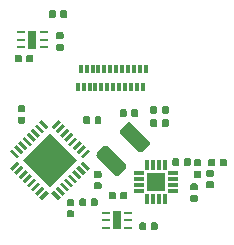
<source format=gbr>
G04 #@! TF.GenerationSoftware,KiCad,Pcbnew,5.99.0-unknown-4135f0c~100~ubuntu18.04.1*
G04 #@! TF.CreationDate,2019-10-31T15:23:41-04:00*
G04 #@! TF.ProjectId,bias,62696173-2e6b-4696-9361-645f70636258,rev?*
G04 #@! TF.SameCoordinates,Original*
G04 #@! TF.FileFunction,Paste,Top*
G04 #@! TF.FilePolarity,Positive*
%FSLAX46Y46*%
G04 Gerber Fmt 4.6, Leading zero omitted, Abs format (unit mm)*
G04 Created by KiCad (PCBNEW 5.99.0-unknown-4135f0c~100~ubuntu18.04.1) date 2019-10-31 15:23:41*
%MOMM*%
%LPD*%
G04 APERTURE LIST*
%ADD10R,0.300000X0.750000*%
%ADD11R,0.850000X0.300000*%
%ADD12R,0.300000X0.850000*%
%ADD13R,1.550000X1.550000*%
%ADD14R,0.800000X1.600000*%
%ADD15R,0.762000X0.254000*%
%ADD16R,0.729800X0.248400*%
G04 APERTURE END LIST*
D10*
X197475000Y-96445000D03*
X197975000Y-96445000D03*
X198475000Y-96445000D03*
X198975000Y-96445000D03*
X199475000Y-96445000D03*
X199975000Y-96445000D03*
X200475000Y-96445000D03*
X200975000Y-96445000D03*
X201475000Y-96445000D03*
X201975000Y-96445000D03*
X202475000Y-96445000D03*
X202975000Y-96445000D03*
X202725000Y-97955000D03*
X202225000Y-97955000D03*
X201725000Y-97955000D03*
X201225000Y-97955000D03*
X200725000Y-97955000D03*
X200225000Y-97955000D03*
X199725000Y-97955000D03*
X199225000Y-97955000D03*
X198725000Y-97955000D03*
X198225000Y-97955000D03*
X197725000Y-97955000D03*
X197225000Y-97955000D03*
G36*
X205738946Y-103991228D02*
G01*
X205786798Y-104023202D01*
X205818772Y-104071054D01*
X205830000Y-104127500D01*
X205830000Y-104472500D01*
X205818772Y-104528946D01*
X205786798Y-104576798D01*
X205738946Y-104608772D01*
X205682500Y-104620000D01*
X205387500Y-104620000D01*
X205331054Y-104608772D01*
X205283202Y-104576798D01*
X205251228Y-104528946D01*
X205240000Y-104472500D01*
X205240000Y-104127500D01*
X205251228Y-104071054D01*
X205283202Y-104023202D01*
X205331054Y-103991228D01*
X205387500Y-103980000D01*
X205682500Y-103980000D01*
X205738946Y-103991228D01*
G37*
G36*
X206708946Y-103991228D02*
G01*
X206756798Y-104023202D01*
X206788772Y-104071054D01*
X206800000Y-104127500D01*
X206800000Y-104472500D01*
X206788772Y-104528946D01*
X206756798Y-104576798D01*
X206708946Y-104608772D01*
X206652500Y-104620000D01*
X206357500Y-104620000D01*
X206301054Y-104608772D01*
X206253202Y-104576798D01*
X206221228Y-104528946D01*
X206210000Y-104472500D01*
X206210000Y-104127500D01*
X206221228Y-104071054D01*
X206253202Y-104023202D01*
X206301054Y-103991228D01*
X206357500Y-103980000D01*
X206652500Y-103980000D01*
X206708946Y-103991228D01*
G37*
G36*
X199148946Y-105046228D02*
G01*
X199196798Y-105078202D01*
X199228772Y-105126054D01*
X199240000Y-105182500D01*
X199240000Y-105477500D01*
X199228772Y-105533946D01*
X199196798Y-105581798D01*
X199148946Y-105613772D01*
X199092500Y-105625000D01*
X198747500Y-105625000D01*
X198691054Y-105613772D01*
X198643202Y-105581798D01*
X198611228Y-105533946D01*
X198600000Y-105477500D01*
X198600000Y-105182500D01*
X198611228Y-105126054D01*
X198643202Y-105078202D01*
X198691054Y-105046228D01*
X198747500Y-105035000D01*
X199092500Y-105035000D01*
X199148946Y-105046228D01*
G37*
G36*
X199148946Y-106016228D02*
G01*
X199196798Y-106048202D01*
X199228772Y-106096054D01*
X199240000Y-106152500D01*
X199240000Y-106447500D01*
X199228772Y-106503946D01*
X199196798Y-106551798D01*
X199148946Y-106583772D01*
X199092500Y-106595000D01*
X198747500Y-106595000D01*
X198691054Y-106583772D01*
X198643202Y-106551798D01*
X198611228Y-106503946D01*
X198600000Y-106447500D01*
X198600000Y-106152500D01*
X198611228Y-106096054D01*
X198643202Y-106048202D01*
X198691054Y-106016228D01*
X198747500Y-106005000D01*
X199092500Y-106005000D01*
X199148946Y-106016228D01*
G37*
G36*
X195268946Y-91451228D02*
G01*
X195316798Y-91483202D01*
X195348772Y-91531054D01*
X195360000Y-91587500D01*
X195360000Y-91932500D01*
X195348772Y-91988946D01*
X195316798Y-92036798D01*
X195268946Y-92068772D01*
X195212500Y-92080000D01*
X194917500Y-92080000D01*
X194861054Y-92068772D01*
X194813202Y-92036798D01*
X194781228Y-91988946D01*
X194770000Y-91932500D01*
X194770000Y-91587500D01*
X194781228Y-91531054D01*
X194813202Y-91483202D01*
X194861054Y-91451228D01*
X194917500Y-91440000D01*
X195212500Y-91440000D01*
X195268946Y-91451228D01*
G37*
G36*
X196238946Y-91451228D02*
G01*
X196286798Y-91483202D01*
X196318772Y-91531054D01*
X196330000Y-91587500D01*
X196330000Y-91932500D01*
X196318772Y-91988946D01*
X196286798Y-92036798D01*
X196238946Y-92068772D01*
X196182500Y-92080000D01*
X195887500Y-92080000D01*
X195831054Y-92068772D01*
X195783202Y-92036798D01*
X195751228Y-91988946D01*
X195740000Y-91932500D01*
X195740000Y-91587500D01*
X195751228Y-91531054D01*
X195783202Y-91483202D01*
X195831054Y-91451228D01*
X195887500Y-91440000D01*
X196182500Y-91440000D01*
X196238946Y-91451228D01*
G37*
G36*
X198173946Y-100431228D02*
G01*
X198221798Y-100463202D01*
X198253772Y-100511054D01*
X198265000Y-100567500D01*
X198265000Y-100912500D01*
X198253772Y-100968946D01*
X198221798Y-101016798D01*
X198173946Y-101048772D01*
X198117500Y-101060000D01*
X197822500Y-101060000D01*
X197766054Y-101048772D01*
X197718202Y-101016798D01*
X197686228Y-100968946D01*
X197675000Y-100912500D01*
X197675000Y-100567500D01*
X197686228Y-100511054D01*
X197718202Y-100463202D01*
X197766054Y-100431228D01*
X197822500Y-100420000D01*
X198117500Y-100420000D01*
X198173946Y-100431228D01*
G37*
G36*
X199143946Y-100431228D02*
G01*
X199191798Y-100463202D01*
X199223772Y-100511054D01*
X199235000Y-100567500D01*
X199235000Y-100912500D01*
X199223772Y-100968946D01*
X199191798Y-101016798D01*
X199143946Y-101048772D01*
X199087500Y-101060000D01*
X198792500Y-101060000D01*
X198736054Y-101048772D01*
X198688202Y-101016798D01*
X198656228Y-100968946D01*
X198645000Y-100912500D01*
X198645000Y-100567500D01*
X198656228Y-100511054D01*
X198688202Y-100463202D01*
X198736054Y-100431228D01*
X198792500Y-100420000D01*
X199087500Y-100420000D01*
X199143946Y-100431228D01*
G37*
G36*
X197838946Y-107387228D02*
G01*
X197886798Y-107419202D01*
X197918772Y-107467054D01*
X197930000Y-107523500D01*
X197930000Y-107868500D01*
X197918772Y-107924946D01*
X197886798Y-107972798D01*
X197838946Y-108004772D01*
X197782500Y-108016000D01*
X197487500Y-108016000D01*
X197431054Y-108004772D01*
X197383202Y-107972798D01*
X197351228Y-107924946D01*
X197340000Y-107868500D01*
X197340000Y-107523500D01*
X197351228Y-107467054D01*
X197383202Y-107419202D01*
X197431054Y-107387228D01*
X197487500Y-107376000D01*
X197782500Y-107376000D01*
X197838946Y-107387228D01*
G37*
G36*
X198808946Y-107387228D02*
G01*
X198856798Y-107419202D01*
X198888772Y-107467054D01*
X198900000Y-107523500D01*
X198900000Y-107868500D01*
X198888772Y-107924946D01*
X198856798Y-107972798D01*
X198808946Y-108004772D01*
X198752500Y-108016000D01*
X198457500Y-108016000D01*
X198401054Y-108004772D01*
X198353202Y-107972798D01*
X198321228Y-107924946D01*
X198310000Y-107868500D01*
X198310000Y-107523500D01*
X198321228Y-107467054D01*
X198353202Y-107419202D01*
X198401054Y-107387228D01*
X198457500Y-107376000D01*
X198752500Y-107376000D01*
X198808946Y-107387228D01*
G37*
G36*
X209748946Y-104031228D02*
G01*
X209796798Y-104063202D01*
X209828772Y-104111054D01*
X209840000Y-104167500D01*
X209840000Y-104512500D01*
X209828772Y-104568946D01*
X209796798Y-104616798D01*
X209748946Y-104648772D01*
X209692500Y-104660000D01*
X209397500Y-104660000D01*
X209341054Y-104648772D01*
X209293202Y-104616798D01*
X209261228Y-104568946D01*
X209250000Y-104512500D01*
X209250000Y-104167500D01*
X209261228Y-104111054D01*
X209293202Y-104063202D01*
X209341054Y-104031228D01*
X209397500Y-104020000D01*
X209692500Y-104020000D01*
X209748946Y-104031228D01*
G37*
G36*
X208778946Y-104031228D02*
G01*
X208826798Y-104063202D01*
X208858772Y-104111054D01*
X208870000Y-104167500D01*
X208870000Y-104512500D01*
X208858772Y-104568946D01*
X208826798Y-104616798D01*
X208778946Y-104648772D01*
X208722500Y-104660000D01*
X208427500Y-104660000D01*
X208371054Y-104648772D01*
X208323202Y-104616798D01*
X208291228Y-104568946D01*
X208280000Y-104512500D01*
X208280000Y-104167500D01*
X208291228Y-104111054D01*
X208323202Y-104063202D01*
X208371054Y-104031228D01*
X208427500Y-104020000D01*
X208722500Y-104020000D01*
X208778946Y-104031228D01*
G37*
G36*
X208658946Y-105931228D02*
G01*
X208706798Y-105963202D01*
X208738772Y-106011054D01*
X208750000Y-106067500D01*
X208750000Y-106362500D01*
X208738772Y-106418946D01*
X208706798Y-106466798D01*
X208658946Y-106498772D01*
X208602500Y-106510000D01*
X208257500Y-106510000D01*
X208201054Y-106498772D01*
X208153202Y-106466798D01*
X208121228Y-106418946D01*
X208110000Y-106362500D01*
X208110000Y-106067500D01*
X208121228Y-106011054D01*
X208153202Y-105963202D01*
X208201054Y-105931228D01*
X208257500Y-105920000D01*
X208602500Y-105920000D01*
X208658946Y-105931228D01*
G37*
G36*
X208658946Y-104961228D02*
G01*
X208706798Y-104993202D01*
X208738772Y-105041054D01*
X208750000Y-105097500D01*
X208750000Y-105392500D01*
X208738772Y-105448946D01*
X208706798Y-105496798D01*
X208658946Y-105528772D01*
X208602500Y-105540000D01*
X208257500Y-105540000D01*
X208201054Y-105528772D01*
X208153202Y-105496798D01*
X208121228Y-105448946D01*
X208110000Y-105392500D01*
X208110000Y-105097500D01*
X208121228Y-105041054D01*
X208153202Y-104993202D01*
X208201054Y-104961228D01*
X208257500Y-104950000D01*
X208602500Y-104950000D01*
X208658946Y-104961228D01*
G37*
G36*
X207598946Y-105041228D02*
G01*
X207646798Y-105073202D01*
X207678772Y-105121054D01*
X207690000Y-105177500D01*
X207690000Y-105472500D01*
X207678772Y-105528946D01*
X207646798Y-105576798D01*
X207598946Y-105608772D01*
X207542500Y-105620000D01*
X207197500Y-105620000D01*
X207141054Y-105608772D01*
X207093202Y-105576798D01*
X207061228Y-105528946D01*
X207050000Y-105472500D01*
X207050000Y-105177500D01*
X207061228Y-105121054D01*
X207093202Y-105073202D01*
X207141054Y-105041228D01*
X207197500Y-105030000D01*
X207542500Y-105030000D01*
X207598946Y-105041228D01*
G37*
G36*
X207598946Y-104071228D02*
G01*
X207646798Y-104103202D01*
X207678772Y-104151054D01*
X207690000Y-104207500D01*
X207690000Y-104502500D01*
X207678772Y-104558946D01*
X207646798Y-104606798D01*
X207598946Y-104638772D01*
X207542500Y-104650000D01*
X207197500Y-104650000D01*
X207141054Y-104638772D01*
X207093202Y-104606798D01*
X207061228Y-104558946D01*
X207050000Y-104502500D01*
X207050000Y-104207500D01*
X207061228Y-104151054D01*
X207093202Y-104103202D01*
X207141054Y-104071228D01*
X207197500Y-104060000D01*
X207542500Y-104060000D01*
X207598946Y-104071228D01*
G37*
G36*
X203863946Y-100681228D02*
G01*
X203911798Y-100713202D01*
X203943772Y-100761054D01*
X203955000Y-100817500D01*
X203955000Y-101162500D01*
X203943772Y-101218946D01*
X203911798Y-101266798D01*
X203863946Y-101298772D01*
X203807500Y-101310000D01*
X203512500Y-101310000D01*
X203456054Y-101298772D01*
X203408202Y-101266798D01*
X203376228Y-101218946D01*
X203365000Y-101162500D01*
X203365000Y-100817500D01*
X203376228Y-100761054D01*
X203408202Y-100713202D01*
X203456054Y-100681228D01*
X203512500Y-100670000D01*
X203807500Y-100670000D01*
X203863946Y-100681228D01*
G37*
G36*
X204833946Y-100681228D02*
G01*
X204881798Y-100713202D01*
X204913772Y-100761054D01*
X204925000Y-100817500D01*
X204925000Y-101162500D01*
X204913772Y-101218946D01*
X204881798Y-101266798D01*
X204833946Y-101298772D01*
X204777500Y-101310000D01*
X204482500Y-101310000D01*
X204426054Y-101298772D01*
X204378202Y-101266798D01*
X204346228Y-101218946D01*
X204335000Y-101162500D01*
X204335000Y-100817500D01*
X204346228Y-100761054D01*
X204378202Y-100713202D01*
X204426054Y-100681228D01*
X204482500Y-100670000D01*
X204777500Y-100670000D01*
X204833946Y-100681228D01*
G37*
G36*
X200348946Y-106801228D02*
G01*
X200396798Y-106833202D01*
X200428772Y-106881054D01*
X200440000Y-106937500D01*
X200440000Y-107282500D01*
X200428772Y-107338946D01*
X200396798Y-107386798D01*
X200348946Y-107418772D01*
X200292500Y-107430000D01*
X199997500Y-107430000D01*
X199941054Y-107418772D01*
X199893202Y-107386798D01*
X199861228Y-107338946D01*
X199850000Y-107282500D01*
X199850000Y-106937500D01*
X199861228Y-106881054D01*
X199893202Y-106833202D01*
X199941054Y-106801228D01*
X199997500Y-106790000D01*
X200292500Y-106790000D01*
X200348946Y-106801228D01*
G37*
G36*
X201318946Y-106801228D02*
G01*
X201366798Y-106833202D01*
X201398772Y-106881054D01*
X201410000Y-106937500D01*
X201410000Y-107282500D01*
X201398772Y-107338946D01*
X201366798Y-107386798D01*
X201318946Y-107418772D01*
X201262500Y-107430000D01*
X200967500Y-107430000D01*
X200911054Y-107418772D01*
X200863202Y-107386798D01*
X200831228Y-107338946D01*
X200820000Y-107282500D01*
X200820000Y-106937500D01*
X200831228Y-106881054D01*
X200863202Y-106833202D01*
X200911054Y-106801228D01*
X200967500Y-106790000D01*
X201262500Y-106790000D01*
X201318946Y-106801228D01*
G37*
G36*
X196824946Y-107435228D02*
G01*
X196872798Y-107467202D01*
X196904772Y-107515054D01*
X196916000Y-107571500D01*
X196916000Y-107866500D01*
X196904772Y-107922946D01*
X196872798Y-107970798D01*
X196824946Y-108002772D01*
X196768500Y-108014000D01*
X196423500Y-108014000D01*
X196367054Y-108002772D01*
X196319202Y-107970798D01*
X196287228Y-107922946D01*
X196276000Y-107866500D01*
X196276000Y-107571500D01*
X196287228Y-107515054D01*
X196319202Y-107467202D01*
X196367054Y-107435228D01*
X196423500Y-107424000D01*
X196768500Y-107424000D01*
X196824946Y-107435228D01*
G37*
G36*
X196824946Y-108405228D02*
G01*
X196872798Y-108437202D01*
X196904772Y-108485054D01*
X196916000Y-108541500D01*
X196916000Y-108836500D01*
X196904772Y-108892946D01*
X196872798Y-108940798D01*
X196824946Y-108972772D01*
X196768500Y-108984000D01*
X196423500Y-108984000D01*
X196367054Y-108972772D01*
X196319202Y-108940798D01*
X196287228Y-108892946D01*
X196276000Y-108836500D01*
X196276000Y-108541500D01*
X196287228Y-108485054D01*
X196319202Y-108437202D01*
X196367054Y-108405228D01*
X196423500Y-108394000D01*
X196768500Y-108394000D01*
X196824946Y-108405228D01*
G37*
G36*
X193960967Y-100917636D02*
G01*
X194158957Y-100719646D01*
X194759997Y-101320686D01*
X194562007Y-101518676D01*
X193960967Y-100917636D01*
G37*
G36*
X197461146Y-103795560D02*
G01*
X198062186Y-103194520D01*
X198260176Y-103392510D01*
X197659136Y-103993550D01*
X197461146Y-103795560D01*
G37*
G36*
X194986272Y-106892689D02*
G01*
X195184262Y-106694699D01*
X195785302Y-107295739D01*
X195587312Y-107493729D01*
X194986272Y-106892689D01*
G37*
G36*
X192610392Y-104106687D02*
G01*
X194873134Y-101843945D01*
X197135876Y-104106687D01*
X194873134Y-106369429D01*
X192610392Y-104106687D01*
G37*
G36*
X191486093Y-104820865D02*
G01*
X192087133Y-104219825D01*
X192285123Y-104417815D01*
X191684083Y-105018855D01*
X191486093Y-104820865D01*
G37*
G36*
X191839647Y-105174418D02*
G01*
X192440687Y-104573378D01*
X192638677Y-104771368D01*
X192037637Y-105372408D01*
X191839647Y-105174418D01*
G37*
G36*
X192193200Y-105527972D02*
G01*
X192794240Y-104926932D01*
X192992230Y-105124922D01*
X192391190Y-105725962D01*
X192193200Y-105527972D01*
G37*
G36*
X192546753Y-105881525D02*
G01*
X193147793Y-105280485D01*
X193345783Y-105478475D01*
X192744743Y-106079515D01*
X192546753Y-105881525D01*
G37*
G36*
X192900307Y-106235078D02*
G01*
X193501347Y-105634038D01*
X193699337Y-105832028D01*
X193098297Y-106433068D01*
X192900307Y-106235078D01*
G37*
G36*
X193253860Y-106588632D02*
G01*
X193854900Y-105987592D01*
X194052890Y-106185582D01*
X193451850Y-106786622D01*
X193253860Y-106588632D01*
G37*
G36*
X193607414Y-106942185D02*
G01*
X194208454Y-106341145D01*
X194406444Y-106539135D01*
X193805404Y-107140175D01*
X193607414Y-106942185D01*
G37*
G36*
X193960967Y-107295739D02*
G01*
X194562007Y-106694699D01*
X194759997Y-106892689D01*
X194158957Y-107493729D01*
X193960967Y-107295739D01*
G37*
G36*
X195339825Y-106539135D02*
G01*
X195537815Y-106341145D01*
X196138855Y-106942185D01*
X195940865Y-107140175D01*
X195339825Y-106539135D01*
G37*
G36*
X195693379Y-106185582D02*
G01*
X195891369Y-105987592D01*
X196492409Y-106588632D01*
X196294419Y-106786622D01*
X195693379Y-106185582D01*
G37*
G36*
X196046932Y-105832028D02*
G01*
X196244922Y-105634038D01*
X196845962Y-106235078D01*
X196647972Y-106433068D01*
X196046932Y-105832028D01*
G37*
G36*
X196400485Y-105478475D02*
G01*
X196598475Y-105280485D01*
X197199515Y-105881525D01*
X197001525Y-106079515D01*
X196400485Y-105478475D01*
G37*
G36*
X196754039Y-105124922D02*
G01*
X196952029Y-104926932D01*
X197553069Y-105527972D01*
X197355079Y-105725962D01*
X196754039Y-105124922D01*
G37*
G36*
X197107592Y-104771368D02*
G01*
X197305582Y-104573378D01*
X197906622Y-105174418D01*
X197708632Y-105372408D01*
X197107592Y-104771368D01*
G37*
G36*
X197461146Y-104417815D02*
G01*
X197659136Y-104219825D01*
X198260176Y-104820865D01*
X198062186Y-105018855D01*
X197461146Y-104417815D01*
G37*
G36*
X197107592Y-103442007D02*
G01*
X197708632Y-102840967D01*
X197906622Y-103038957D01*
X197305582Y-103639997D01*
X197107592Y-103442007D01*
G37*
G36*
X196754039Y-103088453D02*
G01*
X197355079Y-102487413D01*
X197553069Y-102685403D01*
X196952029Y-103286443D01*
X196754039Y-103088453D01*
G37*
G36*
X196400485Y-102734900D02*
G01*
X197001525Y-102133860D01*
X197199515Y-102331850D01*
X196598475Y-102932890D01*
X196400485Y-102734900D01*
G37*
G36*
X196046932Y-102381346D02*
G01*
X196647972Y-101780306D01*
X196845962Y-101978296D01*
X196244922Y-102579336D01*
X196046932Y-102381346D01*
G37*
G36*
X195693379Y-102027793D02*
G01*
X196294419Y-101426753D01*
X196492409Y-101624743D01*
X195891369Y-102225783D01*
X195693379Y-102027793D01*
G37*
G36*
X195339825Y-101674240D02*
G01*
X195940865Y-101073200D01*
X196138855Y-101271190D01*
X195537815Y-101872230D01*
X195339825Y-101674240D01*
G37*
G36*
X194986272Y-101320686D02*
G01*
X195587312Y-100719646D01*
X195785302Y-100917636D01*
X195184262Y-101518676D01*
X194986272Y-101320686D01*
G37*
G36*
X193607414Y-101271190D02*
G01*
X193805404Y-101073200D01*
X194406444Y-101674240D01*
X194208454Y-101872230D01*
X193607414Y-101271190D01*
G37*
G36*
X193253860Y-101624743D02*
G01*
X193451850Y-101426753D01*
X194052890Y-102027793D01*
X193854900Y-102225783D01*
X193253860Y-101624743D01*
G37*
G36*
X192900307Y-101978296D02*
G01*
X193098297Y-101780306D01*
X193699337Y-102381346D01*
X193501347Y-102579336D01*
X192900307Y-101978296D01*
G37*
G36*
X192546753Y-102331850D02*
G01*
X192744743Y-102133860D01*
X193345783Y-102734900D01*
X193147793Y-102932890D01*
X192546753Y-102331850D01*
G37*
G36*
X192193200Y-102685403D02*
G01*
X192391190Y-102487413D01*
X192992230Y-103088453D01*
X192794240Y-103286443D01*
X192193200Y-102685403D01*
G37*
G36*
X191839647Y-103038957D02*
G01*
X192037637Y-102840967D01*
X192638677Y-103442007D01*
X192440687Y-103639997D01*
X191839647Y-103038957D01*
G37*
G36*
X191486093Y-103392510D02*
G01*
X191684083Y-103194520D01*
X192285123Y-103795560D01*
X192087133Y-103993550D01*
X191486093Y-103392510D01*
G37*
D11*
X205315000Y-106740000D03*
X205315000Y-106240000D03*
X205315000Y-105740000D03*
X205315000Y-105240000D03*
D12*
X204615000Y-104540000D03*
X204115000Y-104540000D03*
X203615000Y-104540000D03*
X203115000Y-104540000D03*
D11*
X202415000Y-105240000D03*
X202415000Y-105740000D03*
X202415000Y-106240000D03*
X202415000Y-106740000D03*
D12*
X203115000Y-107440000D03*
X203615000Y-107440000D03*
X204115000Y-107440000D03*
X204615000Y-107440000D03*
D13*
X203865000Y-105990000D03*
G36*
X193358946Y-95231228D02*
G01*
X193406798Y-95263202D01*
X193438772Y-95311054D01*
X193450000Y-95367500D01*
X193450000Y-95712500D01*
X193438772Y-95768946D01*
X193406798Y-95816798D01*
X193358946Y-95848772D01*
X193302500Y-95860000D01*
X193007500Y-95860000D01*
X192951054Y-95848772D01*
X192903202Y-95816798D01*
X192871228Y-95768946D01*
X192860000Y-95712500D01*
X192860000Y-95367500D01*
X192871228Y-95311054D01*
X192903202Y-95263202D01*
X192951054Y-95231228D01*
X193007500Y-95220000D01*
X193302500Y-95220000D01*
X193358946Y-95231228D01*
G37*
G36*
X192388946Y-95231228D02*
G01*
X192436798Y-95263202D01*
X192468772Y-95311054D01*
X192480000Y-95367500D01*
X192480000Y-95712500D01*
X192468772Y-95768946D01*
X192436798Y-95816798D01*
X192388946Y-95848772D01*
X192332500Y-95860000D01*
X192037500Y-95860000D01*
X191981054Y-95848772D01*
X191933202Y-95816798D01*
X191901228Y-95768946D01*
X191890000Y-95712500D01*
X191890000Y-95367500D01*
X191901228Y-95311054D01*
X191933202Y-95263202D01*
X191981054Y-95231228D01*
X192037500Y-95220000D01*
X192332500Y-95220000D01*
X192388946Y-95231228D01*
G37*
G36*
X195938946Y-94281228D02*
G01*
X195986798Y-94313202D01*
X196018772Y-94361054D01*
X196030000Y-94417500D01*
X196030000Y-94712500D01*
X196018772Y-94768946D01*
X195986798Y-94816798D01*
X195938946Y-94848772D01*
X195882500Y-94860000D01*
X195537500Y-94860000D01*
X195481054Y-94848772D01*
X195433202Y-94816798D01*
X195401228Y-94768946D01*
X195390000Y-94712500D01*
X195390000Y-94417500D01*
X195401228Y-94361054D01*
X195433202Y-94313202D01*
X195481054Y-94281228D01*
X195537500Y-94270000D01*
X195882500Y-94270000D01*
X195938946Y-94281228D01*
G37*
G36*
X195938946Y-93311228D02*
G01*
X195986798Y-93343202D01*
X196018772Y-93391054D01*
X196030000Y-93447500D01*
X196030000Y-93742500D01*
X196018772Y-93798946D01*
X195986798Y-93846798D01*
X195938946Y-93878772D01*
X195882500Y-93890000D01*
X195537500Y-93890000D01*
X195481054Y-93878772D01*
X195433202Y-93846798D01*
X195401228Y-93798946D01*
X195390000Y-93742500D01*
X195390000Y-93447500D01*
X195401228Y-93391054D01*
X195433202Y-93343202D01*
X195481054Y-93311228D01*
X195537500Y-93300000D01*
X195882500Y-93300000D01*
X195938946Y-93311228D01*
G37*
G36*
X192698946Y-99491228D02*
G01*
X192746798Y-99523202D01*
X192778772Y-99571054D01*
X192790000Y-99627500D01*
X192790000Y-99922500D01*
X192778772Y-99978946D01*
X192746798Y-100026798D01*
X192698946Y-100058772D01*
X192642500Y-100070000D01*
X192297500Y-100070000D01*
X192241054Y-100058772D01*
X192193202Y-100026798D01*
X192161228Y-99978946D01*
X192150000Y-99922500D01*
X192150000Y-99627500D01*
X192161228Y-99571054D01*
X192193202Y-99523202D01*
X192241054Y-99491228D01*
X192297500Y-99480000D01*
X192642500Y-99480000D01*
X192698946Y-99491228D01*
G37*
G36*
X192698946Y-100461228D02*
G01*
X192746798Y-100493202D01*
X192778772Y-100541054D01*
X192790000Y-100597500D01*
X192790000Y-100892500D01*
X192778772Y-100948946D01*
X192746798Y-100996798D01*
X192698946Y-101028772D01*
X192642500Y-101040000D01*
X192297500Y-101040000D01*
X192241054Y-101028772D01*
X192193202Y-100996798D01*
X192161228Y-100948946D01*
X192150000Y-100892500D01*
X192150000Y-100597500D01*
X192161228Y-100541054D01*
X192193202Y-100493202D01*
X192241054Y-100461228D01*
X192297500Y-100450000D01*
X192642500Y-100450000D01*
X192698946Y-100461228D01*
G37*
G36*
X203868946Y-99561228D02*
G01*
X203916798Y-99593202D01*
X203948772Y-99641054D01*
X203960000Y-99697500D01*
X203960000Y-100042500D01*
X203948772Y-100098946D01*
X203916798Y-100146798D01*
X203868946Y-100178772D01*
X203812500Y-100190000D01*
X203517500Y-100190000D01*
X203461054Y-100178772D01*
X203413202Y-100146798D01*
X203381228Y-100098946D01*
X203370000Y-100042500D01*
X203370000Y-99697500D01*
X203381228Y-99641054D01*
X203413202Y-99593202D01*
X203461054Y-99561228D01*
X203517500Y-99550000D01*
X203812500Y-99550000D01*
X203868946Y-99561228D01*
G37*
G36*
X204838946Y-99561228D02*
G01*
X204886798Y-99593202D01*
X204918772Y-99641054D01*
X204930000Y-99697500D01*
X204930000Y-100042500D01*
X204918772Y-100098946D01*
X204886798Y-100146798D01*
X204838946Y-100178772D01*
X204782500Y-100190000D01*
X204487500Y-100190000D01*
X204431054Y-100178772D01*
X204383202Y-100146798D01*
X204351228Y-100098946D01*
X204340000Y-100042500D01*
X204340000Y-99697500D01*
X204351228Y-99641054D01*
X204383202Y-99593202D01*
X204431054Y-99561228D01*
X204487500Y-99550000D01*
X204782500Y-99550000D01*
X204838946Y-99561228D01*
G37*
G36*
X207288946Y-107086228D02*
G01*
X207336798Y-107118202D01*
X207368772Y-107166054D01*
X207380000Y-107222500D01*
X207380000Y-107517500D01*
X207368772Y-107573946D01*
X207336798Y-107621798D01*
X207288946Y-107653772D01*
X207232500Y-107665000D01*
X206887500Y-107665000D01*
X206831054Y-107653772D01*
X206783202Y-107621798D01*
X206751228Y-107573946D01*
X206740000Y-107517500D01*
X206740000Y-107222500D01*
X206751228Y-107166054D01*
X206783202Y-107118202D01*
X206831054Y-107086228D01*
X206887500Y-107075000D01*
X207232500Y-107075000D01*
X207288946Y-107086228D01*
G37*
G36*
X207288946Y-106116228D02*
G01*
X207336798Y-106148202D01*
X207368772Y-106196054D01*
X207380000Y-106252500D01*
X207380000Y-106547500D01*
X207368772Y-106603946D01*
X207336798Y-106651798D01*
X207288946Y-106683772D01*
X207232500Y-106695000D01*
X206887500Y-106695000D01*
X206831054Y-106683772D01*
X206783202Y-106651798D01*
X206751228Y-106603946D01*
X206740000Y-106547500D01*
X206740000Y-106252500D01*
X206751228Y-106196054D01*
X206783202Y-106148202D01*
X206831054Y-106116228D01*
X206887500Y-106105000D01*
X207232500Y-106105000D01*
X207288946Y-106116228D01*
G37*
G36*
X202238946Y-99831228D02*
G01*
X202286798Y-99863202D01*
X202318772Y-99911054D01*
X202330000Y-99967500D01*
X202330000Y-100312500D01*
X202318772Y-100368946D01*
X202286798Y-100416798D01*
X202238946Y-100448772D01*
X202182500Y-100460000D01*
X201887500Y-100460000D01*
X201831054Y-100448772D01*
X201783202Y-100416798D01*
X201751228Y-100368946D01*
X201740000Y-100312500D01*
X201740000Y-99967500D01*
X201751228Y-99911054D01*
X201783202Y-99863202D01*
X201831054Y-99831228D01*
X201887500Y-99820000D01*
X202182500Y-99820000D01*
X202238946Y-99831228D01*
G37*
G36*
X201268946Y-99831228D02*
G01*
X201316798Y-99863202D01*
X201348772Y-99911054D01*
X201360000Y-99967500D01*
X201360000Y-100312500D01*
X201348772Y-100368946D01*
X201316798Y-100416798D01*
X201268946Y-100448772D01*
X201212500Y-100460000D01*
X200917500Y-100460000D01*
X200861054Y-100448772D01*
X200813202Y-100416798D01*
X200781228Y-100368946D01*
X200770000Y-100312500D01*
X200770000Y-99967500D01*
X200781228Y-99911054D01*
X200813202Y-99863202D01*
X200861054Y-99831228D01*
X200917500Y-99820000D01*
X201212500Y-99820000D01*
X201268946Y-99831228D01*
G37*
G36*
X203888946Y-109419228D02*
G01*
X203936798Y-109451202D01*
X203968772Y-109499054D01*
X203980000Y-109555500D01*
X203980000Y-109900500D01*
X203968772Y-109956946D01*
X203936798Y-110004798D01*
X203888946Y-110036772D01*
X203832500Y-110048000D01*
X203537500Y-110048000D01*
X203481054Y-110036772D01*
X203433202Y-110004798D01*
X203401228Y-109956946D01*
X203390000Y-109900500D01*
X203390000Y-109555500D01*
X203401228Y-109499054D01*
X203433202Y-109451202D01*
X203481054Y-109419228D01*
X203537500Y-109408000D01*
X203832500Y-109408000D01*
X203888946Y-109419228D01*
G37*
G36*
X202918946Y-109419228D02*
G01*
X202966798Y-109451202D01*
X202998772Y-109499054D01*
X203010000Y-109555500D01*
X203010000Y-109900500D01*
X202998772Y-109956946D01*
X202966798Y-110004798D01*
X202918946Y-110036772D01*
X202862500Y-110048000D01*
X202567500Y-110048000D01*
X202511054Y-110036772D01*
X202463202Y-110004798D01*
X202431228Y-109956946D01*
X202420000Y-109900500D01*
X202420000Y-109555500D01*
X202431228Y-109499054D01*
X202463202Y-109451202D01*
X202511054Y-109419228D01*
X202567500Y-109408000D01*
X202862500Y-109408000D01*
X202918946Y-109419228D01*
G37*
D14*
X200540000Y-109241000D03*
D15*
X199616199Y-108591001D03*
X199616199Y-109241000D03*
X199616199Y-109890999D03*
X201463801Y-109890999D03*
X201463801Y-109241000D03*
X201463801Y-108591001D03*
G36*
X201655645Y-100943776D02*
G01*
X201736751Y-100997969D01*
X203257031Y-102518249D01*
X203311224Y-102599355D01*
X203330254Y-102695026D01*
X203311224Y-102790697D01*
X203257031Y-102871803D01*
X202726701Y-103402133D01*
X202645595Y-103456326D01*
X202549924Y-103475356D01*
X202454253Y-103456326D01*
X202373147Y-103402133D01*
X200852867Y-101881853D01*
X200798674Y-101800747D01*
X200779644Y-101705076D01*
X200798674Y-101609405D01*
X200852867Y-101528299D01*
X201383197Y-100997969D01*
X201464303Y-100943776D01*
X201559974Y-100924746D01*
X201655645Y-100943776D01*
G37*
G36*
X199675747Y-102923674D02*
G01*
X199756853Y-102977867D01*
X201277133Y-104498147D01*
X201331326Y-104579253D01*
X201350356Y-104674924D01*
X201331326Y-104770595D01*
X201277133Y-104851701D01*
X200746803Y-105382031D01*
X200665697Y-105436224D01*
X200570026Y-105455254D01*
X200474355Y-105436224D01*
X200393249Y-105382031D01*
X198872969Y-103861751D01*
X198818776Y-103780645D01*
X198799746Y-103684974D01*
X198818776Y-103589303D01*
X198872969Y-103508197D01*
X199403299Y-102977867D01*
X199484405Y-102923674D01*
X199580076Y-102904644D01*
X199675747Y-102923674D01*
G37*
D16*
X192450101Y-93270001D03*
X192450101Y-93920000D03*
X192450101Y-94569999D03*
X194329899Y-94569999D03*
X194329899Y-93920000D03*
X194329899Y-93270001D03*
D14*
X193390000Y-93920000D03*
M02*

</source>
